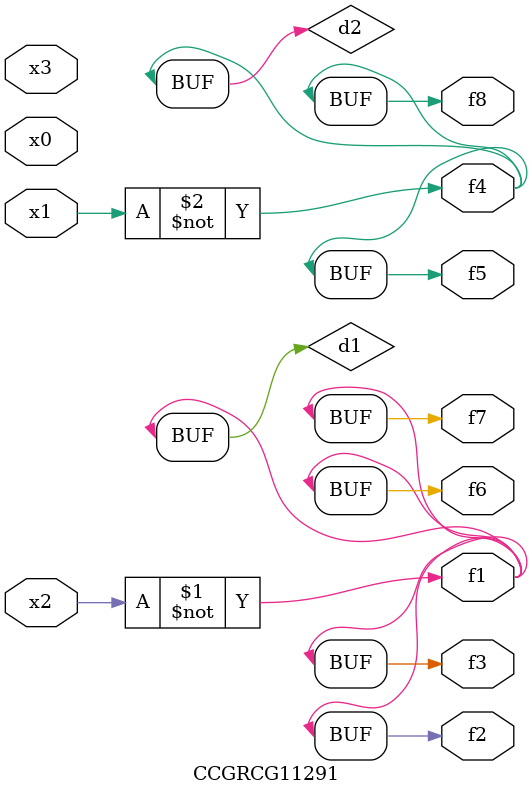
<source format=v>
module CCGRCG11291(
	input x0, x1, x2, x3,
	output f1, f2, f3, f4, f5, f6, f7, f8
);

	wire d1, d2;

	xnor (d1, x2);
	not (d2, x1);
	assign f1 = d1;
	assign f2 = d1;
	assign f3 = d1;
	assign f4 = d2;
	assign f5 = d2;
	assign f6 = d1;
	assign f7 = d1;
	assign f8 = d2;
endmodule

</source>
